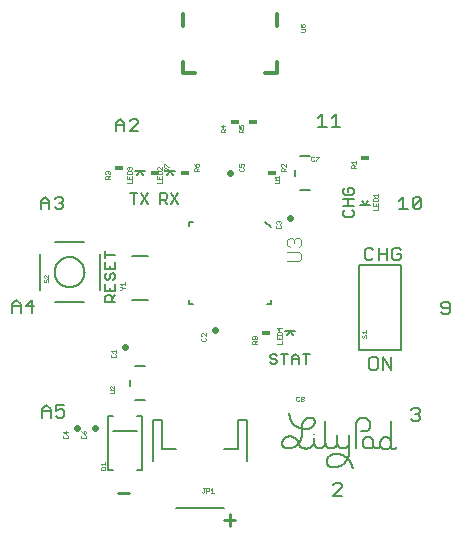
<source format=gbr>
G04 EAGLE Gerber RS-274X export*
G75*
%MOMM*%
%FSLAX34Y34*%
%LPD*%
%INSilkscreen Top*%
%IPPOS*%
%AMOC8*
5,1,8,0,0,1.08239X$1,22.5*%
G01*
%ADD10C,0.152400*%
%ADD11C,0.203200*%
%ADD12C,0.254000*%
%ADD13C,0.101600*%
%ADD14C,0.025400*%
%ADD15C,0.558800*%
%ADD16R,0.762000X0.457200*%
%ADD17C,0.304800*%


D10*
X-58928Y88392D02*
X-58928Y97035D01*
X-54606Y97035D01*
X-53166Y95595D01*
X-53166Y92714D01*
X-54606Y91273D01*
X-58928Y91273D01*
X-56047Y91273D02*
X-53166Y88392D01*
X-43811Y88392D02*
X-49573Y97035D01*
X-43811Y97035D02*
X-49573Y88392D01*
X-81447Y88392D02*
X-81447Y97035D01*
X-84328Y97035D02*
X-78566Y97035D01*
X-74973Y97035D02*
X-69211Y88392D01*
X-74973Y88392D02*
X-69211Y97035D01*
D11*
X119635Y-41647D02*
X123195Y-41647D01*
X119635Y-41647D02*
X117856Y-43426D01*
X117856Y-50545D01*
X119635Y-52324D01*
X123195Y-52324D01*
X124974Y-50545D01*
X124974Y-43426D01*
X123195Y-41647D01*
X129550Y-41647D02*
X129550Y-52324D01*
X136668Y-52324D02*
X129550Y-41647D01*
X136668Y-41647D02*
X136668Y-52324D01*
X121164Y49284D02*
X119385Y51063D01*
X115825Y51063D01*
X114046Y49284D01*
X114046Y42166D01*
X115825Y40386D01*
X119385Y40386D01*
X121164Y42166D01*
X125740Y40386D02*
X125740Y51063D01*
X125740Y45725D02*
X132858Y45725D01*
X132858Y51063D02*
X132858Y40386D01*
X142772Y51063D02*
X144552Y49284D01*
X142772Y51063D02*
X139213Y51063D01*
X137434Y49284D01*
X137434Y42166D01*
X139213Y40386D01*
X142772Y40386D01*
X144552Y42166D01*
X144552Y45725D01*
X140993Y45725D01*
X-159004Y-85846D02*
X-159004Y-92964D01*
X-159004Y-85846D02*
X-155445Y-82287D01*
X-151886Y-85846D01*
X-151886Y-92964D01*
X-151886Y-87625D02*
X-159004Y-87625D01*
X-147310Y-82287D02*
X-140192Y-82287D01*
X-147310Y-82287D02*
X-147310Y-87625D01*
X-143751Y-85846D01*
X-141971Y-85846D01*
X-140192Y-87625D01*
X-140192Y-91184D01*
X-141971Y-92964D01*
X-145531Y-92964D01*
X-147310Y-91184D01*
X-184404Y-4064D02*
X-184404Y3054D01*
X-180845Y6613D01*
X-177286Y3054D01*
X-177286Y-4064D01*
X-177286Y1275D02*
X-184404Y1275D01*
X-167371Y6613D02*
X-167371Y-4064D01*
X-172710Y1275D02*
X-167371Y6613D01*
X-165592Y1275D02*
X-172710Y1275D01*
X-160274Y83566D02*
X-160274Y90684D01*
X-156715Y94243D01*
X-153156Y90684D01*
X-153156Y83566D01*
X-153156Y88905D02*
X-160274Y88905D01*
X-148580Y92464D02*
X-146801Y94243D01*
X-143241Y94243D01*
X-141462Y92464D01*
X-141462Y90684D01*
X-143241Y88905D01*
X-145021Y88905D01*
X-143241Y88905D02*
X-141462Y87125D01*
X-141462Y85346D01*
X-143241Y83566D01*
X-146801Y83566D01*
X-148580Y85346D01*
X-96774Y149606D02*
X-96774Y156724D01*
X-93215Y160283D01*
X-89656Y156724D01*
X-89656Y149606D01*
X-89656Y154945D02*
X-96774Y154945D01*
X-85080Y149606D02*
X-77962Y149606D01*
X-85080Y149606D02*
X-77962Y156724D01*
X-77962Y158504D01*
X-79741Y160283D01*
X-83301Y160283D01*
X-85080Y158504D01*
X74676Y160534D02*
X78235Y164093D01*
X78235Y153416D01*
X74676Y153416D02*
X81794Y153416D01*
X86370Y160534D02*
X89929Y164093D01*
X89929Y153416D01*
X86370Y153416D02*
X93488Y153416D01*
X146815Y94243D02*
X143256Y90684D01*
X146815Y94243D02*
X146815Y83566D01*
X143256Y83566D02*
X150374Y83566D01*
X154950Y85346D02*
X154950Y92464D01*
X156729Y94243D01*
X160289Y94243D01*
X162068Y92464D01*
X162068Y85346D01*
X160289Y83566D01*
X156729Y83566D01*
X154950Y85346D01*
X162068Y92464D01*
X178816Y-3554D02*
X180595Y-5334D01*
X184155Y-5334D01*
X185934Y-3554D01*
X185934Y3564D01*
X184155Y5343D01*
X180595Y5343D01*
X178816Y3564D01*
X178816Y1784D01*
X180595Y5D01*
X185934Y5D01*
X155195Y-84827D02*
X153416Y-86606D01*
X155195Y-84827D02*
X158755Y-84827D01*
X160534Y-86606D01*
X160534Y-88386D01*
X158755Y-90165D01*
X156975Y-90165D01*
X158755Y-90165D02*
X160534Y-91945D01*
X160534Y-93724D01*
X158755Y-95504D01*
X155195Y-95504D01*
X153416Y-93724D01*
X94494Y-159004D02*
X87376Y-159004D01*
X94494Y-151886D01*
X94494Y-150106D01*
X92715Y-148327D01*
X89155Y-148327D01*
X87376Y-150106D01*
D12*
X4411Y-179572D02*
X-5080Y-179572D01*
X-335Y-174827D02*
X-335Y-184317D01*
X-85759Y-156712D02*
X-95250Y-156712D01*
D10*
X96005Y81284D02*
X97445Y82724D01*
X96005Y81284D02*
X96005Y78403D01*
X97445Y76962D01*
X103207Y76962D01*
X104648Y78403D01*
X104648Y81284D01*
X103207Y82724D01*
X104648Y86317D02*
X96005Y86317D01*
X100326Y86317D02*
X100326Y92079D01*
X96005Y92079D02*
X104648Y92079D01*
X96005Y99994D02*
X97445Y101435D01*
X96005Y99994D02*
X96005Y97113D01*
X97445Y95672D01*
X103207Y95672D01*
X104648Y97113D01*
X104648Y99994D01*
X103207Y101435D01*
X100326Y101435D01*
X100326Y98554D01*
X38104Y-38855D02*
X39544Y-40295D01*
X38104Y-38855D02*
X35223Y-38855D01*
X33782Y-40295D01*
X33782Y-41736D01*
X35223Y-43176D01*
X38104Y-43176D01*
X39544Y-44617D01*
X39544Y-46057D01*
X38104Y-47498D01*
X35223Y-47498D01*
X33782Y-46057D01*
X46018Y-47498D02*
X46018Y-38855D01*
X43137Y-38855D02*
X48899Y-38855D01*
X52492Y-41736D02*
X52492Y-47498D01*
X52492Y-41736D02*
X55374Y-38855D01*
X58255Y-41736D01*
X58255Y-47498D01*
X58255Y-43176D02*
X52492Y-43176D01*
X64729Y-47498D02*
X64729Y-38855D01*
X61848Y-38855D02*
X67610Y-38855D01*
X-97282Y4786D02*
X-105925Y4786D01*
X-105925Y9108D01*
X-104485Y10548D01*
X-101604Y10548D01*
X-100163Y9108D01*
X-100163Y4786D01*
X-100163Y7667D02*
X-97282Y10548D01*
X-105925Y14141D02*
X-105925Y19903D01*
X-105925Y14141D02*
X-97282Y14141D01*
X-97282Y19903D01*
X-101604Y17022D02*
X-101604Y14141D01*
X-105925Y27818D02*
X-104485Y29259D01*
X-105925Y27818D02*
X-105925Y24937D01*
X-104485Y23496D01*
X-103044Y23496D01*
X-101604Y24937D01*
X-101604Y27818D01*
X-100163Y29259D01*
X-98723Y29259D01*
X-97282Y27818D01*
X-97282Y24937D01*
X-98723Y23496D01*
X-105925Y32852D02*
X-105925Y38614D01*
X-105925Y32852D02*
X-97282Y32852D01*
X-97282Y38614D01*
X-101604Y35733D02*
X-101604Y32852D01*
X-97282Y45088D02*
X-105925Y45088D01*
X-105925Y42207D02*
X-105925Y47969D01*
D11*
X106810Y-97870D02*
X106810Y-118870D01*
X106810Y-97870D02*
X106825Y-97724D01*
X106844Y-97578D01*
X106867Y-97433D01*
X106894Y-97288D01*
X106925Y-97144D01*
X106959Y-97001D01*
X106998Y-96859D01*
X107040Y-96719D01*
X107085Y-96579D01*
X107135Y-96440D01*
X107188Y-96303D01*
X107245Y-96168D01*
X107305Y-96034D01*
X107369Y-95901D01*
X107437Y-95771D01*
X107508Y-95642D01*
X107582Y-95515D01*
X107660Y-95390D01*
X107741Y-95267D01*
X107825Y-95147D01*
X107912Y-95029D01*
X108003Y-94913D01*
X108096Y-94799D01*
X108193Y-94688D01*
X108292Y-94580D01*
X108395Y-94475D01*
X108500Y-94372D01*
X108608Y-94272D01*
X108718Y-94175D01*
X108831Y-94080D01*
X108946Y-93989D01*
X109064Y-93901D01*
X109184Y-93817D01*
X109307Y-93735D01*
X109431Y-93657D01*
X109558Y-93582D01*
X109686Y-93510D01*
X109816Y-93442D01*
X109948Y-93377D01*
X110082Y-93316D01*
X110218Y-93259D01*
X110354Y-93205D01*
X110493Y-93155D01*
X110632Y-93108D01*
X110773Y-93065D01*
X110914Y-93026D01*
X111057Y-92991D01*
X111201Y-92960D01*
X111345Y-92932D01*
X111490Y-92908D01*
X111636Y-92888D01*
X111782Y-92872D01*
X111929Y-92860D01*
X112076Y-92852D01*
X112223Y-92848D01*
X112370Y-92847D01*
X112517Y-92851D01*
X112663Y-92858D01*
X112810Y-92870D01*
X112956Y-92858D01*
X113103Y-92851D01*
X113250Y-92847D01*
X113397Y-92848D01*
X113544Y-92852D01*
X113691Y-92860D01*
X113838Y-92872D01*
X113984Y-92888D01*
X114129Y-92908D01*
X114275Y-92932D01*
X114419Y-92960D01*
X114563Y-92991D01*
X114705Y-93026D01*
X114847Y-93065D01*
X114988Y-93108D01*
X115127Y-93155D01*
X115265Y-93205D01*
X115402Y-93259D01*
X115537Y-93316D01*
X115671Y-93378D01*
X115803Y-93442D01*
X115934Y-93510D01*
X116062Y-93582D01*
X116188Y-93657D01*
X116313Y-93735D01*
X116435Y-93817D01*
X116555Y-93902D01*
X116673Y-93990D01*
X116789Y-94081D01*
X116902Y-94175D01*
X117012Y-94272D01*
X117120Y-94372D01*
X117225Y-94475D01*
X117327Y-94580D01*
X117427Y-94689D01*
X117523Y-94800D01*
X117617Y-94913D01*
X117707Y-95029D01*
X117795Y-95147D01*
X117879Y-95268D01*
X117960Y-95390D01*
X118037Y-95515D01*
X118112Y-95642D01*
X118183Y-95771D01*
X118250Y-95901D01*
X118314Y-96034D01*
X118375Y-96168D01*
X118431Y-96303D01*
X118485Y-96441D01*
X118534Y-96579D01*
X118580Y-96719D01*
X118622Y-96860D01*
X118661Y-97001D01*
X118695Y-97144D01*
X118726Y-97288D01*
X118753Y-97433D01*
X118776Y-97578D01*
X118795Y-97724D01*
X118810Y-97870D01*
X118810Y-99870D01*
X118801Y-100006D01*
X118788Y-100141D01*
X118771Y-100276D01*
X118751Y-100410D01*
X118726Y-100543D01*
X118698Y-100676D01*
X118666Y-100808D01*
X118630Y-100939D01*
X118591Y-101069D01*
X118547Y-101198D01*
X118500Y-101326D01*
X118450Y-101452D01*
X118396Y-101576D01*
X118338Y-101699D01*
X118277Y-101821D01*
X118212Y-101940D01*
X118144Y-102058D01*
X118073Y-102173D01*
X117999Y-102287D01*
X117921Y-102398D01*
X117840Y-102508D01*
X117756Y-102614D01*
X117669Y-102719D01*
X117579Y-102820D01*
X117486Y-102920D01*
X117390Y-103016D01*
X117292Y-103110D01*
X117191Y-103201D01*
X117088Y-103289D01*
X116982Y-103374D01*
X116873Y-103456D01*
X116763Y-103534D01*
X116650Y-103610D01*
X116535Y-103682D01*
X116418Y-103751D01*
X116299Y-103817D01*
X116178Y-103879D01*
X116055Y-103938D01*
X115931Y-103993D01*
X115806Y-104045D01*
X115679Y-104093D01*
X115550Y-104137D01*
X115421Y-104178D01*
X115290Y-104215D01*
X115158Y-104248D01*
X115026Y-104278D01*
X114892Y-104303D01*
X114758Y-104325D01*
X114624Y-104343D01*
X114488Y-104358D01*
X114353Y-104368D01*
X114217Y-104374D01*
X114081Y-104377D01*
X113946Y-104376D01*
X113810Y-104370D01*
X110810Y-104370D01*
X121310Y-114870D02*
X121325Y-114987D01*
X121336Y-115105D01*
X121343Y-115223D01*
X121346Y-115341D01*
X121345Y-115459D01*
X121340Y-115577D01*
X121331Y-115695D01*
X121318Y-115813D01*
X121301Y-115929D01*
X121281Y-116046D01*
X121256Y-116161D01*
X121228Y-116276D01*
X121196Y-116390D01*
X121160Y-116502D01*
X121120Y-116614D01*
X121077Y-116724D01*
X121030Y-116832D01*
X120979Y-116939D01*
X120925Y-117044D01*
X120867Y-117147D01*
X120806Y-117248D01*
X120742Y-117347D01*
X120674Y-117444D01*
X120603Y-117539D01*
X120529Y-117631D01*
X120452Y-117720D01*
X120372Y-117807D01*
X120289Y-117891D01*
X120203Y-117973D01*
X120115Y-118051D01*
X120024Y-118127D01*
X119931Y-118199D01*
X119835Y-118269D01*
X119737Y-118335D01*
X119637Y-118397D01*
X119535Y-118457D01*
X119431Y-118513D01*
X119325Y-118565D01*
X119217Y-118614D01*
X119108Y-118659D01*
X118997Y-118701D01*
X118885Y-118739D01*
X118772Y-118773D01*
X118658Y-118803D01*
X118543Y-118829D01*
X118427Y-118852D01*
X118310Y-118870D01*
X116310Y-118870D01*
X116177Y-118854D01*
X116044Y-118833D01*
X115912Y-118808D01*
X115781Y-118780D01*
X115651Y-118747D01*
X115522Y-118711D01*
X115394Y-118671D01*
X115267Y-118627D01*
X115141Y-118579D01*
X115017Y-118528D01*
X114895Y-118473D01*
X114774Y-118415D01*
X114655Y-118352D01*
X114538Y-118287D01*
X114423Y-118218D01*
X114310Y-118145D01*
X114199Y-118070D01*
X114091Y-117991D01*
X113985Y-117909D01*
X113881Y-117823D01*
X113780Y-117735D01*
X113682Y-117644D01*
X113586Y-117550D01*
X113493Y-117453D01*
X113403Y-117353D01*
X113317Y-117251D01*
X113233Y-117146D01*
X113152Y-117039D01*
X113075Y-116929D01*
X113000Y-116817D01*
X112929Y-116703D01*
X112862Y-116587D01*
X112798Y-116469D01*
X112738Y-116350D01*
X112681Y-116228D01*
X112628Y-116105D01*
X112578Y-115980D01*
X112532Y-115854D01*
X112490Y-115727D01*
X112452Y-115598D01*
X112417Y-115468D01*
X112387Y-115338D01*
X112360Y-115206D01*
X112337Y-115074D01*
X112318Y-114941D01*
X112303Y-114808D01*
X112292Y-114674D01*
X112285Y-114540D01*
X112282Y-114406D01*
X112283Y-114272D01*
X112288Y-114137D01*
X112297Y-114004D01*
X112310Y-113870D01*
X112297Y-113736D01*
X112288Y-113603D01*
X112283Y-113468D01*
X112282Y-113334D01*
X112285Y-113200D01*
X112292Y-113066D01*
X112303Y-112932D01*
X112318Y-112799D01*
X112337Y-112666D01*
X112360Y-112534D01*
X112387Y-112402D01*
X112417Y-112272D01*
X112452Y-112142D01*
X112490Y-112013D01*
X112532Y-111886D01*
X112578Y-111760D01*
X112628Y-111635D01*
X112681Y-111512D01*
X112738Y-111390D01*
X112798Y-111271D01*
X112862Y-111153D01*
X112929Y-111037D01*
X113000Y-110923D01*
X113075Y-110811D01*
X113152Y-110701D01*
X113233Y-110594D01*
X113317Y-110489D01*
X113403Y-110387D01*
X113493Y-110287D01*
X113586Y-110190D01*
X113682Y-110096D01*
X113780Y-110005D01*
X113881Y-109917D01*
X113985Y-109831D01*
X114091Y-109749D01*
X114199Y-109670D01*
X114310Y-109595D01*
X114423Y-109522D01*
X114538Y-109453D01*
X114655Y-109388D01*
X114774Y-109325D01*
X114895Y-109267D01*
X115017Y-109212D01*
X115141Y-109161D01*
X115267Y-109113D01*
X115394Y-109069D01*
X115522Y-109029D01*
X115651Y-108993D01*
X115781Y-108960D01*
X115912Y-108932D01*
X116044Y-108907D01*
X116177Y-108886D01*
X116310Y-108870D01*
X117310Y-108870D01*
X117436Y-108872D01*
X117561Y-108878D01*
X117686Y-108888D01*
X117811Y-108902D01*
X117936Y-108919D01*
X118060Y-108941D01*
X118183Y-108966D01*
X118305Y-108996D01*
X118426Y-109029D01*
X118546Y-109066D01*
X118665Y-109106D01*
X118782Y-109151D01*
X118899Y-109199D01*
X119013Y-109251D01*
X119126Y-109306D01*
X119237Y-109365D01*
X119346Y-109427D01*
X119453Y-109493D01*
X119558Y-109562D01*
X119661Y-109634D01*
X119762Y-109709D01*
X119860Y-109788D01*
X119955Y-109870D01*
X120048Y-109954D01*
X120138Y-110042D01*
X120226Y-110132D01*
X120310Y-110225D01*
X120392Y-110320D01*
X120471Y-110418D01*
X120546Y-110519D01*
X120618Y-110622D01*
X120687Y-110727D01*
X120753Y-110834D01*
X120815Y-110943D01*
X120874Y-111054D01*
X120929Y-111167D01*
X120981Y-111281D01*
X121029Y-111398D01*
X121074Y-111515D01*
X121114Y-111634D01*
X121151Y-111754D01*
X121184Y-111875D01*
X121214Y-111997D01*
X121239Y-112120D01*
X121261Y-112244D01*
X121278Y-112369D01*
X121292Y-112494D01*
X121302Y-112619D01*
X121308Y-112744D01*
X121310Y-112870D01*
X121310Y-114870D01*
X121287Y-114981D01*
X121267Y-115094D01*
X121251Y-115206D01*
X121239Y-115320D01*
X121230Y-115433D01*
X121226Y-115547D01*
X121225Y-115661D01*
X121229Y-115775D01*
X121236Y-115888D01*
X121247Y-116002D01*
X121262Y-116115D01*
X121281Y-116227D01*
X121303Y-116338D01*
X121330Y-116449D01*
X121360Y-116559D01*
X121394Y-116668D01*
X121431Y-116775D01*
X121473Y-116881D01*
X121518Y-116986D01*
X121566Y-117089D01*
X121618Y-117190D01*
X121673Y-117290D01*
X121732Y-117388D01*
X121794Y-117483D01*
X121859Y-117576D01*
X121928Y-117667D01*
X121999Y-117756D01*
X122073Y-117842D01*
X122151Y-117926D01*
X122231Y-118007D01*
X122314Y-118085D01*
X122399Y-118160D01*
X122487Y-118233D01*
X122578Y-118302D01*
X122670Y-118368D01*
X122765Y-118431D01*
X122862Y-118490D01*
X122961Y-118547D01*
X123062Y-118600D01*
X123165Y-118649D01*
X123269Y-118695D01*
X123375Y-118737D01*
X123482Y-118776D01*
X123590Y-118811D01*
X123700Y-118842D01*
X123810Y-118870D01*
X123913Y-118896D01*
X124018Y-118918D01*
X124123Y-118936D01*
X124228Y-118951D01*
X124334Y-118961D01*
X124441Y-118968D01*
X124547Y-118970D01*
X124654Y-118968D01*
X124760Y-118963D01*
X124866Y-118953D01*
X124972Y-118940D01*
X125077Y-118923D01*
X125182Y-118901D01*
X125285Y-118876D01*
X125388Y-118847D01*
X125489Y-118814D01*
X125589Y-118778D01*
X125688Y-118737D01*
X125785Y-118693D01*
X125880Y-118646D01*
X125974Y-118594D01*
X126066Y-118540D01*
X126155Y-118482D01*
X126242Y-118421D01*
X126327Y-118356D01*
X126409Y-118288D01*
X126489Y-118218D01*
X126566Y-118144D01*
X126641Y-118068D01*
X126712Y-117989D01*
X126780Y-117907D01*
X126846Y-117823D01*
X126908Y-117736D01*
X126966Y-117647D01*
X127022Y-117556D01*
X127074Y-117463D01*
X127122Y-117368D01*
X127167Y-117271D01*
X127208Y-117173D01*
X127246Y-117073D01*
X127280Y-116972D01*
X127310Y-116870D01*
X127310Y-116370D01*
X127310Y-113870D01*
X127304Y-113734D01*
X127303Y-113598D01*
X127306Y-113463D01*
X127312Y-113327D01*
X127322Y-113191D01*
X127337Y-113056D01*
X127355Y-112922D01*
X127376Y-112788D01*
X127402Y-112654D01*
X127432Y-112522D01*
X127465Y-112390D01*
X127502Y-112259D01*
X127543Y-112129D01*
X127587Y-112001D01*
X127635Y-111874D01*
X127687Y-111748D01*
X127742Y-111624D01*
X127801Y-111502D01*
X127863Y-111381D01*
X127929Y-111262D01*
X127998Y-111145D01*
X128070Y-111030D01*
X128145Y-110917D01*
X128224Y-110806D01*
X128306Y-110698D01*
X128391Y-110592D01*
X128479Y-110489D01*
X128570Y-110388D01*
X128664Y-110289D01*
X128760Y-110194D01*
X128859Y-110101D01*
X128961Y-110011D01*
X129065Y-109924D01*
X129172Y-109840D01*
X129281Y-109759D01*
X129393Y-109681D01*
X129506Y-109607D01*
X129622Y-109535D01*
X129740Y-109467D01*
X129859Y-109403D01*
X129981Y-109342D01*
X130104Y-109284D01*
X130228Y-109230D01*
X130354Y-109179D01*
X130482Y-109132D01*
X130611Y-109089D01*
X130741Y-109050D01*
X130872Y-109014D01*
X131004Y-108982D01*
X131136Y-108954D01*
X131270Y-108929D01*
X131404Y-108908D01*
X131539Y-108892D01*
X131674Y-108879D01*
X131810Y-108870D01*
X131950Y-108886D01*
X132090Y-108906D01*
X132228Y-108930D01*
X132367Y-108957D01*
X132504Y-108989D01*
X132640Y-109024D01*
X132776Y-109064D01*
X132910Y-109107D01*
X133043Y-109153D01*
X133175Y-109204D01*
X133305Y-109258D01*
X133433Y-109316D01*
X133560Y-109377D01*
X133685Y-109442D01*
X133809Y-109510D01*
X133930Y-109582D01*
X134049Y-109657D01*
X134166Y-109736D01*
X134281Y-109817D01*
X134394Y-109902D01*
X134504Y-109990D01*
X134611Y-110081D01*
X134716Y-110176D01*
X134818Y-110273D01*
X134918Y-110372D01*
X135015Y-110475D01*
X135108Y-110580D01*
X135199Y-110688D01*
X135287Y-110798D01*
X135371Y-110911D01*
X135453Y-111026D01*
X135531Y-111143D01*
X135606Y-111263D01*
X135677Y-111384D01*
X135745Y-111508D01*
X135810Y-111633D01*
X135871Y-111760D01*
X135928Y-111889D01*
X135982Y-112019D01*
X136032Y-112151D01*
X136078Y-112284D01*
X136121Y-112419D01*
X136160Y-112554D01*
X136195Y-112691D01*
X136226Y-112828D01*
X136253Y-112966D01*
X136276Y-113105D01*
X136296Y-113245D01*
X136312Y-113385D01*
X136323Y-113525D01*
X136331Y-113666D01*
X136335Y-113807D01*
X136334Y-113948D01*
X136330Y-114089D01*
X136322Y-114230D01*
X136310Y-114370D01*
X136339Y-114493D01*
X136364Y-114617D01*
X136385Y-114741D01*
X136402Y-114866D01*
X136416Y-114992D01*
X136425Y-115118D01*
X136431Y-115244D01*
X136433Y-115370D01*
X136431Y-115496D01*
X136425Y-115622D01*
X136416Y-115748D01*
X136402Y-115874D01*
X136385Y-115999D01*
X136364Y-116123D01*
X136339Y-116247D01*
X136310Y-116370D01*
X136277Y-116493D01*
X136241Y-116615D01*
X136200Y-116736D01*
X136156Y-116855D01*
X136109Y-116973D01*
X136057Y-117090D01*
X136002Y-117205D01*
X135944Y-117318D01*
X135882Y-117429D01*
X135817Y-117538D01*
X135748Y-117646D01*
X135676Y-117751D01*
X135601Y-117853D01*
X135523Y-117954D01*
X135442Y-118052D01*
X135357Y-118147D01*
X135270Y-118240D01*
X135180Y-118330D01*
X135087Y-118417D01*
X134992Y-118502D01*
X134894Y-118583D01*
X134793Y-118661D01*
X134691Y-118736D01*
X134586Y-118808D01*
X134478Y-118877D01*
X134369Y-118942D01*
X134258Y-119004D01*
X134145Y-119062D01*
X134030Y-119117D01*
X133913Y-119169D01*
X133795Y-119216D01*
X133676Y-119260D01*
X133555Y-119301D01*
X133433Y-119337D01*
X133310Y-119370D01*
X133181Y-119411D01*
X133051Y-119448D01*
X132919Y-119481D01*
X132787Y-119511D01*
X132654Y-119537D01*
X132521Y-119559D01*
X132386Y-119578D01*
X132252Y-119592D01*
X132117Y-119603D01*
X131981Y-119610D01*
X131846Y-119613D01*
X131711Y-119612D01*
X131575Y-119607D01*
X131440Y-119599D01*
X131305Y-119586D01*
X131171Y-119570D01*
X131037Y-119550D01*
X130903Y-119526D01*
X130771Y-119498D01*
X130639Y-119466D01*
X130508Y-119431D01*
X130379Y-119392D01*
X130250Y-119349D01*
X130123Y-119303D01*
X129997Y-119253D01*
X129872Y-119199D01*
X129750Y-119142D01*
X129629Y-119082D01*
X129509Y-119018D01*
X129392Y-118950D01*
X129276Y-118879D01*
X129163Y-118805D01*
X129051Y-118728D01*
X128942Y-118648D01*
X128836Y-118564D01*
X128731Y-118478D01*
X128630Y-118389D01*
X128530Y-118296D01*
X128434Y-118201D01*
X128340Y-118104D01*
X128249Y-118003D01*
X128161Y-117900D01*
X128076Y-117795D01*
X127994Y-117687D01*
X127915Y-117577D01*
X127840Y-117464D01*
X127767Y-117350D01*
X127698Y-117234D01*
X127632Y-117115D01*
X127570Y-116995D01*
X127511Y-116873D01*
X127455Y-116749D01*
X127403Y-116624D01*
X127355Y-116498D01*
X127310Y-116370D01*
X136310Y-116370D02*
X136310Y-117370D01*
X136312Y-117457D01*
X136318Y-117544D01*
X136327Y-117631D01*
X136340Y-117717D01*
X136357Y-117803D01*
X136378Y-117888D01*
X136403Y-117971D01*
X136431Y-118054D01*
X136462Y-118135D01*
X136497Y-118215D01*
X136536Y-118293D01*
X136578Y-118370D01*
X136623Y-118445D01*
X136672Y-118517D01*
X136723Y-118588D01*
X136778Y-118656D01*
X136835Y-118721D01*
X136896Y-118784D01*
X136959Y-118845D01*
X137024Y-118902D01*
X137092Y-118957D01*
X137163Y-119008D01*
X137235Y-119057D01*
X137310Y-119102D01*
X137387Y-119144D01*
X137465Y-119183D01*
X137545Y-119218D01*
X137626Y-119249D01*
X137709Y-119277D01*
X137792Y-119302D01*
X137877Y-119323D01*
X137963Y-119340D01*
X138049Y-119353D01*
X138136Y-119362D01*
X138223Y-119368D01*
X138310Y-119370D01*
X138397Y-119368D01*
X138484Y-119362D01*
X138571Y-119353D01*
X138657Y-119340D01*
X138743Y-119323D01*
X138828Y-119302D01*
X138911Y-119277D01*
X138994Y-119249D01*
X139075Y-119218D01*
X139155Y-119183D01*
X139233Y-119144D01*
X139310Y-119102D01*
X139385Y-119057D01*
X139457Y-119008D01*
X139528Y-118957D01*
X139596Y-118902D01*
X139661Y-118845D01*
X139724Y-118784D01*
X139785Y-118721D01*
X139842Y-118656D01*
X139897Y-118588D01*
X139948Y-118517D01*
X139997Y-118445D01*
X140042Y-118370D01*
X140084Y-118293D01*
X140123Y-118215D01*
X140158Y-118135D01*
X140189Y-118054D01*
X140217Y-117971D01*
X140242Y-117888D01*
X140263Y-117803D01*
X140280Y-117717D01*
X140293Y-117631D01*
X140302Y-117544D01*
X140308Y-117457D01*
X140310Y-117370D01*
X136310Y-115370D02*
X136310Y-95370D01*
X71310Y-106370D02*
X71310Y-106870D01*
X63310Y-102370D02*
X62996Y-102366D01*
X62682Y-102355D01*
X62368Y-102336D01*
X62055Y-102309D01*
X61743Y-102275D01*
X61432Y-102234D01*
X61121Y-102184D01*
X60812Y-102128D01*
X60505Y-102064D01*
X60199Y-101992D01*
X59895Y-101913D01*
X59593Y-101827D01*
X59293Y-101734D01*
X58995Y-101633D01*
X58700Y-101525D01*
X58408Y-101410D01*
X58118Y-101288D01*
X57832Y-101159D01*
X57549Y-101024D01*
X57269Y-100881D01*
X56992Y-100732D01*
X56720Y-100576D01*
X56451Y-100413D01*
X56186Y-100244D01*
X55925Y-100069D01*
X55669Y-99887D01*
X55417Y-99700D01*
X55170Y-99506D01*
X54927Y-99306D01*
X54689Y-99101D01*
X54457Y-98889D01*
X54229Y-98673D01*
X54007Y-98451D01*
X53791Y-98223D01*
X53579Y-97991D01*
X53374Y-97753D01*
X53174Y-97510D01*
X52980Y-97263D01*
X52793Y-97011D01*
X52611Y-96755D01*
X52436Y-96494D01*
X52267Y-96229D01*
X52104Y-95960D01*
X51948Y-95688D01*
X51799Y-95411D01*
X51656Y-95131D01*
X51521Y-94848D01*
X51392Y-94562D01*
X51270Y-94272D01*
X51155Y-93980D01*
X51047Y-93685D01*
X50946Y-93387D01*
X50853Y-93087D01*
X50767Y-92785D01*
X50688Y-92481D01*
X50616Y-92175D01*
X50552Y-91868D01*
X50496Y-91559D01*
X50446Y-91248D01*
X50405Y-90937D01*
X50371Y-90625D01*
X50344Y-90312D01*
X50325Y-89998D01*
X50314Y-89684D01*
X50310Y-89370D01*
X63310Y-102370D02*
X64810Y-102370D01*
X64973Y-102374D01*
X65136Y-102375D01*
X65300Y-102371D01*
X65463Y-102363D01*
X65625Y-102351D01*
X65788Y-102336D01*
X65950Y-102316D01*
X66112Y-102293D01*
X66272Y-102265D01*
X66433Y-102234D01*
X66592Y-102199D01*
X66751Y-102160D01*
X66908Y-102117D01*
X67065Y-102071D01*
X67220Y-102020D01*
X67374Y-101966D01*
X67527Y-101909D01*
X67678Y-101847D01*
X67828Y-101782D01*
X67976Y-101713D01*
X68122Y-101641D01*
X68267Y-101565D01*
X68409Y-101486D01*
X68550Y-101403D01*
X68689Y-101317D01*
X68826Y-101228D01*
X68960Y-101135D01*
X69092Y-101040D01*
X69222Y-100941D01*
X69349Y-100839D01*
X69474Y-100733D01*
X69596Y-100625D01*
X69716Y-100514D01*
X69833Y-100400D01*
X69947Y-100283D01*
X70058Y-100164D01*
X70167Y-100042D01*
X70272Y-99917D01*
X70374Y-99790D01*
X70473Y-99660D01*
X70569Y-99528D01*
X70662Y-99394D01*
X70752Y-99258D01*
X70838Y-99119D01*
X70921Y-98978D01*
X71000Y-98836D01*
X71076Y-98691D01*
X71149Y-98545D01*
X71218Y-98397D01*
X71283Y-98247D01*
X71345Y-98096D01*
X71403Y-97944D01*
X71457Y-97790D01*
X71508Y-97635D01*
X71554Y-97478D01*
X71597Y-97321D01*
X71637Y-97162D01*
X71672Y-97003D01*
X71703Y-96843D01*
X71731Y-96682D01*
X71755Y-96520D01*
X71775Y-96358D01*
X71790Y-96196D01*
X71802Y-96033D01*
X71810Y-95870D01*
X71808Y-95763D01*
X71802Y-95656D01*
X71793Y-95549D01*
X71779Y-95443D01*
X71762Y-95337D01*
X71741Y-95232D01*
X71717Y-95128D01*
X71688Y-95025D01*
X71656Y-94923D01*
X71621Y-94822D01*
X71582Y-94722D01*
X71539Y-94624D01*
X71493Y-94527D01*
X71443Y-94432D01*
X71390Y-94339D01*
X71334Y-94248D01*
X71274Y-94159D01*
X71212Y-94072D01*
X71146Y-93988D01*
X71077Y-93905D01*
X71006Y-93826D01*
X70931Y-93749D01*
X70854Y-93674D01*
X70775Y-93603D01*
X70692Y-93534D01*
X70608Y-93468D01*
X70521Y-93406D01*
X70432Y-93346D01*
X70341Y-93290D01*
X70248Y-93237D01*
X70153Y-93187D01*
X70056Y-93141D01*
X69958Y-93098D01*
X69858Y-93059D01*
X69757Y-93024D01*
X69655Y-92992D01*
X69552Y-92963D01*
X69448Y-92939D01*
X69343Y-92918D01*
X69237Y-92901D01*
X69131Y-92887D01*
X69024Y-92878D01*
X68917Y-92872D01*
X68810Y-92870D01*
X58310Y-114870D02*
X58265Y-114683D01*
X58216Y-114498D01*
X58163Y-114313D01*
X58105Y-114130D01*
X58042Y-113949D01*
X57976Y-113769D01*
X57905Y-113590D01*
X57829Y-113414D01*
X57750Y-113239D01*
X57666Y-113066D01*
X57578Y-112896D01*
X57486Y-112727D01*
X57390Y-112561D01*
X57290Y-112397D01*
X57186Y-112236D01*
X57078Y-112077D01*
X56966Y-111921D01*
X56851Y-111767D01*
X56732Y-111617D01*
X56609Y-111469D01*
X56483Y-111324D01*
X56353Y-111183D01*
X56220Y-111044D01*
X56084Y-110909D01*
X55944Y-110777D01*
X55801Y-110649D01*
X55655Y-110524D01*
X55507Y-110403D01*
X55355Y-110285D01*
X55200Y-110171D01*
X55043Y-110061D01*
X54883Y-109954D01*
X54721Y-109852D01*
X54556Y-109753D01*
X54389Y-109659D01*
X54220Y-109568D01*
X54048Y-109482D01*
X53875Y-109400D01*
X53700Y-109322D01*
X53522Y-109248D01*
X53343Y-109178D01*
X53163Y-109113D01*
X52980Y-109053D01*
X52797Y-108996D01*
X52612Y-108945D01*
X52426Y-108897D01*
X52239Y-108854D01*
X52051Y-108816D01*
X51862Y-108782D01*
X51672Y-108753D01*
X51481Y-108729D01*
X51291Y-108709D01*
X51099Y-108693D01*
X50907Y-108683D01*
X50716Y-108677D01*
X50524Y-108675D01*
X50332Y-108678D01*
X50140Y-108686D01*
X49948Y-108699D01*
X49757Y-108716D01*
X49566Y-108737D01*
X49376Y-108764D01*
X49186Y-108795D01*
X48998Y-108830D01*
X48810Y-108870D01*
X67810Y-92870D02*
X68810Y-92870D01*
X67810Y-92870D02*
X67641Y-92872D01*
X67472Y-92878D01*
X67303Y-92888D01*
X67134Y-92903D01*
X66966Y-92921D01*
X66799Y-92943D01*
X66632Y-92970D01*
X66465Y-93000D01*
X66300Y-93035D01*
X66135Y-93073D01*
X65971Y-93116D01*
X65808Y-93162D01*
X65647Y-93213D01*
X65487Y-93267D01*
X65328Y-93325D01*
X65170Y-93387D01*
X65014Y-93452D01*
X64860Y-93522D01*
X64708Y-93595D01*
X64557Y-93672D01*
X64408Y-93752D01*
X64261Y-93836D01*
X64117Y-93924D01*
X63974Y-94015D01*
X63834Y-94109D01*
X63696Y-94207D01*
X63560Y-94308D01*
X63427Y-94412D01*
X63296Y-94520D01*
X63168Y-94630D01*
X63043Y-94744D01*
X62920Y-94861D01*
X62801Y-94980D01*
X62684Y-95103D01*
X62570Y-95228D01*
X62460Y-95356D01*
X62352Y-95487D01*
X62248Y-95620D01*
X62147Y-95756D01*
X62049Y-95894D01*
X61955Y-96034D01*
X61864Y-96177D01*
X61776Y-96321D01*
X61692Y-96468D01*
X61612Y-96617D01*
X61535Y-96768D01*
X61462Y-96920D01*
X61392Y-97074D01*
X61327Y-97230D01*
X61265Y-97388D01*
X61207Y-97547D01*
X61153Y-97707D01*
X61102Y-97868D01*
X61056Y-98031D01*
X61013Y-98195D01*
X60975Y-98360D01*
X60940Y-98525D01*
X60910Y-98692D01*
X60883Y-98859D01*
X60861Y-99026D01*
X60843Y-99194D01*
X60828Y-99363D01*
X60818Y-99532D01*
X60812Y-99701D01*
X60810Y-99870D01*
X48810Y-108870D02*
X48668Y-108893D01*
X48527Y-108919D01*
X48386Y-108948D01*
X48247Y-108982D01*
X48108Y-109020D01*
X47971Y-109061D01*
X47834Y-109106D01*
X47699Y-109154D01*
X47565Y-109206D01*
X47433Y-109262D01*
X47302Y-109322D01*
X47173Y-109385D01*
X47046Y-109451D01*
X46920Y-109521D01*
X46797Y-109594D01*
X46675Y-109670D01*
X46556Y-109750D01*
X46438Y-109833D01*
X46323Y-109919D01*
X46211Y-110008D01*
X46101Y-110101D01*
X45993Y-110196D01*
X45888Y-110294D01*
X45786Y-110395D01*
X45686Y-110498D01*
X45590Y-110604D01*
X45496Y-110713D01*
X45405Y-110824D01*
X45318Y-110938D01*
X45233Y-111054D01*
X45152Y-111173D01*
X45073Y-111293D01*
X44998Y-111416D01*
X44927Y-111540D01*
X44859Y-111666D01*
X44794Y-111795D01*
X44733Y-111925D01*
X44675Y-112056D01*
X44621Y-112189D01*
X44571Y-112324D01*
X44524Y-112459D01*
X44481Y-112596D01*
X44441Y-112734D01*
X44406Y-112874D01*
X44374Y-113014D01*
X44346Y-113154D01*
X44321Y-113296D01*
X44301Y-113438D01*
X44284Y-113581D01*
X44272Y-113724D01*
X44263Y-113867D01*
X44258Y-114011D01*
X44257Y-114154D01*
X44260Y-114298D01*
X44267Y-114441D01*
X44277Y-114585D01*
X44292Y-114728D01*
X44310Y-114870D01*
X60810Y-106870D02*
X60810Y-99870D01*
X60810Y-106870D02*
X60806Y-107160D01*
X60796Y-107450D01*
X60778Y-107739D01*
X60754Y-108028D01*
X60723Y-108316D01*
X60684Y-108604D01*
X60639Y-108890D01*
X60586Y-109176D01*
X60527Y-109459D01*
X60461Y-109742D01*
X60389Y-110022D01*
X60309Y-110301D01*
X60223Y-110578D01*
X60130Y-110853D01*
X60030Y-111125D01*
X59924Y-111395D01*
X59812Y-111662D01*
X59692Y-111927D01*
X59567Y-112188D01*
X59435Y-112447D01*
X59298Y-112702D01*
X59154Y-112954D01*
X59004Y-113202D01*
X58848Y-113446D01*
X58686Y-113687D01*
X58518Y-113923D01*
X58345Y-114156D01*
X58166Y-114384D01*
X57982Y-114608D01*
X57792Y-114827D01*
X57597Y-115042D01*
X57397Y-115252D01*
X57192Y-115457D01*
X56982Y-115657D01*
X56767Y-115852D01*
X56548Y-116042D01*
X56324Y-116226D01*
X56096Y-116405D01*
X55863Y-116578D01*
X55627Y-116746D01*
X55386Y-116908D01*
X55142Y-117064D01*
X54894Y-117214D01*
X54642Y-117358D01*
X54387Y-117495D01*
X54128Y-117627D01*
X53867Y-117752D01*
X53602Y-117872D01*
X53335Y-117984D01*
X53065Y-118090D01*
X52793Y-118190D01*
X52518Y-118283D01*
X52241Y-118369D01*
X51962Y-118449D01*
X51682Y-118521D01*
X51399Y-118587D01*
X51116Y-118646D01*
X50830Y-118699D01*
X50544Y-118744D01*
X50256Y-118783D01*
X49968Y-118814D01*
X49679Y-118838D01*
X49390Y-118856D01*
X49100Y-118866D01*
X48810Y-118870D01*
X48682Y-118875D01*
X48553Y-118877D01*
X48424Y-118875D01*
X48296Y-118869D01*
X48168Y-118859D01*
X48040Y-118845D01*
X47912Y-118827D01*
X47786Y-118806D01*
X47660Y-118781D01*
X47534Y-118752D01*
X47410Y-118719D01*
X47287Y-118682D01*
X47165Y-118642D01*
X47044Y-118598D01*
X46924Y-118550D01*
X46806Y-118499D01*
X46690Y-118444D01*
X46575Y-118386D01*
X46463Y-118324D01*
X46352Y-118259D01*
X46243Y-118191D01*
X46136Y-118119D01*
X46031Y-118045D01*
X45929Y-117967D01*
X45829Y-117886D01*
X45732Y-117802D01*
X45637Y-117715D01*
X45545Y-117625D01*
X45455Y-117533D01*
X45369Y-117438D01*
X45285Y-117340D01*
X45205Y-117240D01*
X45127Y-117137D01*
X45053Y-117032D01*
X44981Y-116925D01*
X44913Y-116816D01*
X44849Y-116705D01*
X44787Y-116592D01*
X44729Y-116477D01*
X44675Y-116361D01*
X44624Y-116243D01*
X44577Y-116123D01*
X44534Y-116002D01*
X44494Y-115880D01*
X44457Y-115756D01*
X44425Y-115632D01*
X44396Y-115507D01*
X44371Y-115380D01*
X44350Y-115254D01*
X44333Y-115126D01*
X44320Y-114998D01*
X44310Y-114870D01*
X60810Y-118370D02*
X60986Y-118446D01*
X61164Y-118518D01*
X61344Y-118586D01*
X61525Y-118650D01*
X61708Y-118709D01*
X61892Y-118763D01*
X62077Y-118814D01*
X62263Y-118859D01*
X62451Y-118900D01*
X62639Y-118937D01*
X62829Y-118969D01*
X63019Y-118996D01*
X63209Y-119019D01*
X63401Y-119038D01*
X63592Y-119051D01*
X63784Y-119060D01*
X63976Y-119065D01*
X64168Y-119064D01*
X64360Y-119059D01*
X64552Y-119050D01*
X64743Y-119036D01*
X64934Y-119017D01*
X65125Y-118993D01*
X65315Y-118965D01*
X65504Y-118933D01*
X65692Y-118896D01*
X65880Y-118854D01*
X66066Y-118808D01*
X66251Y-118757D01*
X66435Y-118702D01*
X66617Y-118642D01*
X66798Y-118578D01*
X66978Y-118510D01*
X67156Y-118437D01*
X67332Y-118360D01*
X67505Y-118279D01*
X67677Y-118194D01*
X67847Y-118104D01*
X68015Y-118011D01*
X68180Y-117913D01*
X68343Y-117812D01*
X68504Y-117706D01*
X68662Y-117597D01*
X68817Y-117484D01*
X68969Y-117367D01*
X69119Y-117246D01*
X69265Y-117122D01*
X69409Y-116995D01*
X69549Y-116864D01*
X69686Y-116730D01*
X69820Y-116592D01*
X69951Y-116451D01*
X70078Y-116307D01*
X70201Y-116160D01*
X70321Y-116011D01*
X70438Y-115858D01*
X70550Y-115702D01*
X70659Y-115544D01*
X70764Y-115383D01*
X70865Y-115220D01*
X70962Y-115054D01*
X71055Y-114887D01*
X71144Y-114716D01*
X71229Y-114544D01*
X71310Y-114370D01*
X71310Y-112870D02*
X71310Y-109870D01*
X71310Y-112870D02*
X71310Y-114370D01*
X80810Y-111870D02*
X80810Y-95370D01*
X71310Y-112870D02*
X71292Y-113012D01*
X71277Y-113155D01*
X71267Y-113299D01*
X71260Y-113442D01*
X71257Y-113586D01*
X71258Y-113729D01*
X71263Y-113873D01*
X71272Y-114016D01*
X71284Y-114159D01*
X71301Y-114302D01*
X71321Y-114444D01*
X71346Y-114586D01*
X71374Y-114726D01*
X71406Y-114866D01*
X71441Y-115006D01*
X71481Y-115144D01*
X71524Y-115281D01*
X71571Y-115416D01*
X71621Y-115551D01*
X71675Y-115684D01*
X71733Y-115815D01*
X71794Y-115945D01*
X71859Y-116074D01*
X71927Y-116200D01*
X71998Y-116324D01*
X72073Y-116447D01*
X72152Y-116567D01*
X72233Y-116686D01*
X72318Y-116802D01*
X72405Y-116916D01*
X72496Y-117027D01*
X72590Y-117136D01*
X72686Y-117242D01*
X72786Y-117345D01*
X72888Y-117446D01*
X72993Y-117544D01*
X73101Y-117639D01*
X73211Y-117732D01*
X73323Y-117821D01*
X73438Y-117907D01*
X73556Y-117990D01*
X73675Y-118070D01*
X73797Y-118146D01*
X73920Y-118219D01*
X74046Y-118289D01*
X74173Y-118355D01*
X74302Y-118418D01*
X74433Y-118478D01*
X74565Y-118534D01*
X74699Y-118586D01*
X74834Y-118634D01*
X74971Y-118679D01*
X75108Y-118720D01*
X75247Y-118758D01*
X75386Y-118792D01*
X75527Y-118821D01*
X75668Y-118847D01*
X75810Y-118870D01*
X75958Y-118850D01*
X76106Y-118825D01*
X76253Y-118797D01*
X76400Y-118765D01*
X76545Y-118729D01*
X76690Y-118689D01*
X76833Y-118645D01*
X76975Y-118598D01*
X77116Y-118547D01*
X77256Y-118492D01*
X77394Y-118434D01*
X77530Y-118372D01*
X77665Y-118307D01*
X77798Y-118238D01*
X77930Y-118165D01*
X78059Y-118089D01*
X78186Y-118010D01*
X78311Y-117927D01*
X78434Y-117842D01*
X78554Y-117753D01*
X78673Y-117660D01*
X78788Y-117565D01*
X78902Y-117467D01*
X79012Y-117366D01*
X79120Y-117262D01*
X79225Y-117155D01*
X79327Y-117045D01*
X79427Y-116933D01*
X79523Y-116818D01*
X79616Y-116701D01*
X79707Y-116581D01*
X79794Y-116459D01*
X79877Y-116335D01*
X79958Y-116209D01*
X80035Y-116080D01*
X80109Y-115950D01*
X80179Y-115817D01*
X80246Y-115683D01*
X80309Y-115547D01*
X80369Y-115410D01*
X80425Y-115271D01*
X80477Y-115130D01*
X80526Y-114989D01*
X80571Y-114846D01*
X80612Y-114702D01*
X80650Y-114557D01*
X80683Y-114410D01*
X80713Y-114264D01*
X80739Y-114116D01*
X80761Y-113968D01*
X80779Y-113819D01*
X80793Y-113670D01*
X80803Y-113520D01*
X80810Y-113370D01*
X80824Y-113156D01*
X80834Y-112942D01*
X80838Y-112727D01*
X80838Y-112513D01*
X80834Y-112298D01*
X80824Y-112084D01*
X80810Y-111870D01*
X80810Y-113370D02*
X80810Y-113870D01*
X80812Y-114010D01*
X80818Y-114150D01*
X80828Y-114290D01*
X80841Y-114430D01*
X80859Y-114569D01*
X80881Y-114708D01*
X80906Y-114845D01*
X80935Y-114983D01*
X80968Y-115119D01*
X81005Y-115254D01*
X81046Y-115388D01*
X81091Y-115521D01*
X81139Y-115653D01*
X81191Y-115783D01*
X81246Y-115912D01*
X81305Y-116039D01*
X81368Y-116165D01*
X81434Y-116289D01*
X81503Y-116410D01*
X81576Y-116530D01*
X81653Y-116648D01*
X81732Y-116763D01*
X81815Y-116877D01*
X81901Y-116987D01*
X81990Y-117096D01*
X82082Y-117202D01*
X82177Y-117305D01*
X82274Y-117406D01*
X82375Y-117503D01*
X82478Y-117598D01*
X82584Y-117690D01*
X82693Y-117779D01*
X82803Y-117865D01*
X82917Y-117948D01*
X83032Y-118027D01*
X83150Y-118104D01*
X83270Y-118177D01*
X83391Y-118246D01*
X83515Y-118312D01*
X83641Y-118375D01*
X83768Y-118434D01*
X83897Y-118489D01*
X84027Y-118541D01*
X84159Y-118589D01*
X84292Y-118634D01*
X84426Y-118675D01*
X84561Y-118712D01*
X84697Y-118745D01*
X84835Y-118774D01*
X84972Y-118799D01*
X85111Y-118821D01*
X85250Y-118839D01*
X85390Y-118852D01*
X85530Y-118862D01*
X85670Y-118868D01*
X85810Y-118870D01*
X85950Y-118868D01*
X86090Y-118862D01*
X86230Y-118852D01*
X86370Y-118839D01*
X86509Y-118821D01*
X86648Y-118799D01*
X86785Y-118774D01*
X86923Y-118745D01*
X87059Y-118712D01*
X87194Y-118675D01*
X87328Y-118634D01*
X87461Y-118589D01*
X87593Y-118541D01*
X87723Y-118489D01*
X87852Y-118434D01*
X87979Y-118375D01*
X88105Y-118312D01*
X88229Y-118246D01*
X88350Y-118177D01*
X88470Y-118104D01*
X88588Y-118027D01*
X88703Y-117948D01*
X88817Y-117865D01*
X88927Y-117779D01*
X89036Y-117690D01*
X89142Y-117598D01*
X89245Y-117503D01*
X89346Y-117406D01*
X89443Y-117305D01*
X89538Y-117202D01*
X89630Y-117096D01*
X89719Y-116987D01*
X89805Y-116877D01*
X89888Y-116763D01*
X89967Y-116648D01*
X90044Y-116530D01*
X90117Y-116410D01*
X90186Y-116289D01*
X90252Y-116165D01*
X90315Y-116039D01*
X90374Y-115912D01*
X90429Y-115783D01*
X90481Y-115653D01*
X90529Y-115521D01*
X90574Y-115388D01*
X90615Y-115254D01*
X90652Y-115119D01*
X90685Y-114983D01*
X90714Y-114845D01*
X90739Y-114708D01*
X90761Y-114569D01*
X90779Y-114430D01*
X90792Y-114290D01*
X90802Y-114150D01*
X90808Y-114010D01*
X90810Y-113870D01*
X90810Y-107870D01*
X90810Y-113870D02*
X90812Y-114010D01*
X90818Y-114150D01*
X90828Y-114290D01*
X90841Y-114430D01*
X90859Y-114569D01*
X90881Y-114708D01*
X90906Y-114845D01*
X90935Y-114983D01*
X90968Y-115119D01*
X91005Y-115254D01*
X91046Y-115388D01*
X91091Y-115521D01*
X91139Y-115653D01*
X91191Y-115783D01*
X91246Y-115912D01*
X91305Y-116039D01*
X91368Y-116165D01*
X91434Y-116289D01*
X91503Y-116410D01*
X91576Y-116530D01*
X91653Y-116648D01*
X91732Y-116763D01*
X91815Y-116877D01*
X91901Y-116987D01*
X91990Y-117096D01*
X92082Y-117202D01*
X92177Y-117305D01*
X92274Y-117406D01*
X92375Y-117503D01*
X92478Y-117598D01*
X92584Y-117690D01*
X92693Y-117779D01*
X92803Y-117865D01*
X92917Y-117948D01*
X93032Y-118027D01*
X93150Y-118104D01*
X93270Y-118177D01*
X93391Y-118246D01*
X93515Y-118312D01*
X93641Y-118375D01*
X93768Y-118434D01*
X93897Y-118489D01*
X94027Y-118541D01*
X94159Y-118589D01*
X94292Y-118634D01*
X94426Y-118675D01*
X94561Y-118712D01*
X94697Y-118745D01*
X94835Y-118774D01*
X94972Y-118799D01*
X95111Y-118821D01*
X95250Y-118839D01*
X95390Y-118852D01*
X95530Y-118862D01*
X95670Y-118868D01*
X95810Y-118870D01*
X89810Y-123870D02*
X90129Y-123850D01*
X90449Y-123837D01*
X90769Y-123832D01*
X91089Y-123835D01*
X91409Y-123846D01*
X91728Y-123864D01*
X92047Y-123891D01*
X92365Y-123925D01*
X92683Y-123967D01*
X92999Y-124017D01*
X93313Y-124075D01*
X93627Y-124140D01*
X93938Y-124213D01*
X94248Y-124293D01*
X94556Y-124382D01*
X94861Y-124477D01*
X95164Y-124580D01*
X95464Y-124691D01*
X95762Y-124809D01*
X96056Y-124934D01*
X96347Y-125066D01*
X96635Y-125206D01*
X96920Y-125352D01*
X97201Y-125506D01*
X97478Y-125666D01*
X97751Y-125833D01*
X98019Y-126007D01*
X98284Y-126187D01*
X98544Y-126373D01*
X98799Y-126566D01*
X99050Y-126766D01*
X99295Y-126971D01*
X99535Y-127182D01*
X99771Y-127399D01*
X100000Y-127622D01*
X100224Y-127850D01*
X100443Y-128084D01*
X100656Y-128323D01*
X100862Y-128567D01*
X101063Y-128816D01*
X101258Y-129070D01*
X101446Y-129329D01*
X101628Y-129592D01*
X101803Y-129860D01*
X101972Y-130132D01*
X102134Y-130408D01*
X102289Y-130688D01*
X102437Y-130971D01*
X102579Y-131259D01*
X102713Y-131549D01*
X102840Y-131843D01*
X102960Y-132140D01*
X103072Y-132439D01*
X103177Y-132741D01*
X103275Y-133046D01*
X103365Y-133353D01*
X103447Y-133662D01*
X103522Y-133973D01*
X103589Y-134286D01*
X103649Y-134601D01*
X103701Y-134916D01*
X103745Y-135233D01*
X103781Y-135551D01*
X103810Y-135870D01*
X95810Y-118870D02*
X95950Y-118868D01*
X96090Y-118862D01*
X96230Y-118852D01*
X96370Y-118839D01*
X96509Y-118821D01*
X96648Y-118799D01*
X96785Y-118774D01*
X96923Y-118745D01*
X97059Y-118712D01*
X97194Y-118675D01*
X97328Y-118634D01*
X97461Y-118589D01*
X97593Y-118541D01*
X97723Y-118489D01*
X97852Y-118434D01*
X97979Y-118375D01*
X98105Y-118312D01*
X98229Y-118246D01*
X98350Y-118177D01*
X98470Y-118104D01*
X98588Y-118027D01*
X98703Y-117948D01*
X98817Y-117865D01*
X98927Y-117779D01*
X99036Y-117690D01*
X99142Y-117598D01*
X99245Y-117503D01*
X99346Y-117406D01*
X99443Y-117305D01*
X99538Y-117202D01*
X99630Y-117096D01*
X99719Y-116987D01*
X99805Y-116877D01*
X99888Y-116763D01*
X99967Y-116648D01*
X100044Y-116530D01*
X100117Y-116410D01*
X100186Y-116289D01*
X100252Y-116165D01*
X100315Y-116039D01*
X100374Y-115912D01*
X100429Y-115783D01*
X100481Y-115653D01*
X100529Y-115521D01*
X100574Y-115388D01*
X100615Y-115254D01*
X100652Y-115119D01*
X100685Y-114983D01*
X100714Y-114845D01*
X100739Y-114708D01*
X100761Y-114569D01*
X100779Y-114430D01*
X100792Y-114290D01*
X100802Y-114150D01*
X100808Y-114010D01*
X100810Y-113870D01*
X100810Y-107870D01*
X100810Y-113870D02*
X100810Y-121870D01*
X89810Y-123870D02*
X87810Y-123870D01*
X87658Y-123872D01*
X87506Y-123878D01*
X87354Y-123887D01*
X87203Y-123901D01*
X87052Y-123918D01*
X86901Y-123939D01*
X86751Y-123964D01*
X86602Y-123993D01*
X86454Y-124025D01*
X86306Y-124062D01*
X86159Y-124101D01*
X86014Y-124145D01*
X85869Y-124193D01*
X85726Y-124243D01*
X85584Y-124298D01*
X85444Y-124356D01*
X85305Y-124418D01*
X85168Y-124483D01*
X85032Y-124552D01*
X84898Y-124624D01*
X84766Y-124699D01*
X84636Y-124778D01*
X84508Y-124860D01*
X84382Y-124945D01*
X84259Y-125034D01*
X84137Y-125125D01*
X84018Y-125220D01*
X83902Y-125317D01*
X83788Y-125418D01*
X83676Y-125521D01*
X83567Y-125627D01*
X83461Y-125736D01*
X83358Y-125848D01*
X83257Y-125962D01*
X83160Y-126078D01*
X83065Y-126197D01*
X82974Y-126319D01*
X82885Y-126442D01*
X82800Y-126568D01*
X82718Y-126696D01*
X82639Y-126826D01*
X82564Y-126958D01*
X82492Y-127092D01*
X82423Y-127228D01*
X82358Y-127365D01*
X82296Y-127504D01*
X82238Y-127644D01*
X82183Y-127786D01*
X82133Y-127929D01*
X82085Y-128074D01*
X82041Y-128219D01*
X82002Y-128366D01*
X81965Y-128514D01*
X81933Y-128662D01*
X81904Y-128811D01*
X81879Y-128961D01*
X81858Y-129112D01*
X81841Y-129263D01*
X81827Y-129414D01*
X81818Y-129566D01*
X81812Y-129718D01*
X81810Y-129870D01*
X87810Y-134870D02*
X88124Y-134866D01*
X88438Y-134855D01*
X88752Y-134836D01*
X89065Y-134809D01*
X89377Y-134775D01*
X89688Y-134734D01*
X89999Y-134684D01*
X90308Y-134628D01*
X90615Y-134564D01*
X90921Y-134492D01*
X91225Y-134413D01*
X91527Y-134327D01*
X91827Y-134234D01*
X92125Y-134133D01*
X92420Y-134025D01*
X92712Y-133910D01*
X93002Y-133788D01*
X93288Y-133659D01*
X93571Y-133524D01*
X93851Y-133381D01*
X94128Y-133232D01*
X94400Y-133076D01*
X94669Y-132913D01*
X94934Y-132744D01*
X95195Y-132569D01*
X95451Y-132387D01*
X95703Y-132200D01*
X95950Y-132006D01*
X96193Y-131806D01*
X96431Y-131601D01*
X96663Y-131389D01*
X96891Y-131173D01*
X97113Y-130951D01*
X97329Y-130723D01*
X97541Y-130491D01*
X97746Y-130253D01*
X97946Y-130010D01*
X98140Y-129763D01*
X98327Y-129511D01*
X98509Y-129255D01*
X98684Y-128994D01*
X98853Y-128729D01*
X99016Y-128460D01*
X99172Y-128188D01*
X99321Y-127911D01*
X99464Y-127631D01*
X99599Y-127348D01*
X99728Y-127062D01*
X99850Y-126772D01*
X99965Y-126480D01*
X100073Y-126185D01*
X100174Y-125887D01*
X100267Y-125587D01*
X100353Y-125285D01*
X100432Y-124981D01*
X100504Y-124675D01*
X100568Y-124368D01*
X100624Y-124059D01*
X100674Y-123748D01*
X100715Y-123437D01*
X100749Y-123125D01*
X100776Y-122812D01*
X100795Y-122498D01*
X100806Y-122184D01*
X100810Y-121870D01*
X87810Y-134870D02*
X86810Y-134870D01*
X86670Y-134868D01*
X86530Y-134862D01*
X86390Y-134852D01*
X86250Y-134839D01*
X86111Y-134821D01*
X85972Y-134799D01*
X85835Y-134774D01*
X85697Y-134745D01*
X85561Y-134712D01*
X85426Y-134675D01*
X85292Y-134634D01*
X85159Y-134589D01*
X85027Y-134541D01*
X84897Y-134489D01*
X84768Y-134434D01*
X84641Y-134375D01*
X84515Y-134312D01*
X84391Y-134246D01*
X84270Y-134177D01*
X84150Y-134104D01*
X84032Y-134027D01*
X83917Y-133948D01*
X83803Y-133865D01*
X83693Y-133779D01*
X83584Y-133690D01*
X83478Y-133598D01*
X83375Y-133503D01*
X83274Y-133406D01*
X83177Y-133305D01*
X83082Y-133202D01*
X82990Y-133096D01*
X82901Y-132987D01*
X82815Y-132877D01*
X82732Y-132763D01*
X82653Y-132648D01*
X82576Y-132530D01*
X82503Y-132410D01*
X82434Y-132289D01*
X82368Y-132165D01*
X82305Y-132039D01*
X82246Y-131912D01*
X82191Y-131783D01*
X82139Y-131653D01*
X82091Y-131521D01*
X82046Y-131388D01*
X82005Y-131254D01*
X81968Y-131119D01*
X81935Y-130983D01*
X81906Y-130845D01*
X81881Y-130708D01*
X81859Y-130569D01*
X81841Y-130430D01*
X81828Y-130290D01*
X81818Y-130150D01*
X81812Y-130010D01*
X81810Y-129870D01*
X64310Y-118870D02*
X64172Y-118896D01*
X64033Y-118917D01*
X63894Y-118935D01*
X63754Y-118950D01*
X63614Y-118960D01*
X63473Y-118966D01*
X63333Y-118969D01*
X63192Y-118968D01*
X63052Y-118962D01*
X62912Y-118953D01*
X62772Y-118941D01*
X62632Y-118924D01*
X62493Y-118903D01*
X62355Y-118879D01*
X62217Y-118851D01*
X62080Y-118819D01*
X61945Y-118783D01*
X61810Y-118743D01*
X61676Y-118700D01*
X61544Y-118653D01*
X61412Y-118603D01*
X61283Y-118549D01*
X61155Y-118491D01*
X61028Y-118430D01*
X60903Y-118365D01*
X60780Y-118297D01*
X60659Y-118226D01*
X60540Y-118151D01*
X60423Y-118073D01*
X60309Y-117992D01*
X60196Y-117908D01*
X60086Y-117821D01*
X59979Y-117730D01*
X59873Y-117637D01*
X59771Y-117541D01*
X59671Y-117442D01*
X59574Y-117340D01*
X59480Y-117236D01*
X59389Y-117129D01*
X59300Y-117020D01*
X59215Y-116908D01*
X59133Y-116794D01*
X59054Y-116678D01*
X58978Y-116560D01*
X58906Y-116439D01*
X58837Y-116317D01*
X58771Y-116193D01*
X58709Y-116067D01*
X58650Y-115939D01*
X58594Y-115810D01*
X58543Y-115679D01*
X58495Y-115547D01*
X58450Y-115414D01*
X58410Y-115279D01*
X58373Y-115144D01*
X58339Y-115007D01*
X58310Y-114870D01*
X-35000Y3100D02*
X-35000Y7100D01*
X-35000Y3100D02*
X-31000Y3100D01*
X-35000Y69100D02*
X-35000Y73100D01*
X-31000Y73100D01*
X31000Y3100D02*
X35000Y3100D01*
X35000Y7100D01*
X35000Y68100D02*
X30000Y73100D01*
D13*
X48498Y39720D02*
X58243Y39720D01*
X60192Y41669D01*
X60192Y45567D01*
X58243Y47516D01*
X48498Y47516D01*
X50447Y51414D02*
X48498Y53363D01*
X48498Y57261D01*
X50447Y59210D01*
X52396Y59210D01*
X54345Y57261D01*
X54345Y55312D01*
X54345Y57261D02*
X56294Y59210D01*
X58243Y59210D01*
X60192Y57261D01*
X60192Y53363D01*
X58243Y51414D01*
D11*
X59206Y128524D02*
X67794Y128524D01*
X67794Y100076D02*
X59206Y100076D01*
X55396Y111616D02*
X55396Y116984D01*
D14*
X41147Y105537D02*
X37970Y105537D01*
X41147Y105537D02*
X41783Y106172D01*
X41783Y107444D01*
X41147Y108079D01*
X37970Y108079D01*
X39241Y109279D02*
X37970Y110550D01*
X41783Y110550D01*
X41783Y109279D02*
X41783Y111821D01*
D11*
X-71906Y-49276D02*
X-80494Y-49276D01*
X-80494Y-77724D02*
X-71906Y-77724D01*
X-84304Y-66184D02*
X-84304Y-60816D01*
D14*
X-98553Y-72263D02*
X-101730Y-72263D01*
X-98553Y-72263D02*
X-97917Y-71627D01*
X-97917Y-70356D01*
X-98553Y-69721D01*
X-101730Y-69721D01*
X-97917Y-68521D02*
X-97917Y-65979D01*
X-97917Y-68521D02*
X-100459Y-65979D01*
X-101095Y-65979D01*
X-101730Y-66614D01*
X-101730Y-67885D01*
X-101095Y-68521D01*
D11*
X14600Y-94700D02*
X14600Y-129700D01*
X14600Y-94700D02*
X6600Y-94700D01*
X6600Y-119700D01*
X-5400Y-119700D01*
X-45400Y-119700D02*
X-57400Y-119700D01*
X-57400Y-94700D01*
X-65400Y-94700D01*
X-65400Y-129700D01*
X-45400Y-169700D02*
X-5400Y-169700D01*
D14*
X-23164Y-156337D02*
X-23799Y-155701D01*
X-23164Y-156337D02*
X-22528Y-156337D01*
X-21893Y-155701D01*
X-21893Y-152524D01*
X-22528Y-152524D02*
X-21257Y-152524D01*
X-20057Y-152524D02*
X-20057Y-156337D01*
X-20057Y-152524D02*
X-18151Y-152524D01*
X-17515Y-153159D01*
X-17515Y-154430D01*
X-18151Y-155066D01*
X-20057Y-155066D01*
X-16315Y-153795D02*
X-15044Y-152524D01*
X-15044Y-156337D01*
X-16315Y-156337D02*
X-13773Y-156337D01*
D11*
X109700Y87200D02*
X114300Y87200D01*
X118900Y87200D01*
X114300Y87200D02*
X111962Y90300D01*
X114554Y87354D02*
X116484Y90300D01*
D14*
X121409Y82949D02*
X125222Y82949D01*
X125222Y85491D01*
X121409Y86691D02*
X121409Y89233D01*
X121409Y86691D02*
X125222Y86691D01*
X125222Y89233D01*
X123315Y87962D02*
X123315Y86691D01*
X121409Y90433D02*
X125222Y90433D01*
X125222Y92339D01*
X124586Y92975D01*
X122044Y92975D01*
X121409Y92339D01*
X121409Y90433D01*
X122680Y94175D02*
X121409Y95446D01*
X125222Y95446D01*
X125222Y94175D02*
X125222Y96717D01*
D15*
X-88595Y-33020D02*
X-89205Y-33020D01*
D14*
X-99825Y-39241D02*
X-100460Y-39876D01*
X-100460Y-41147D01*
X-99825Y-41783D01*
X-97283Y-41783D01*
X-96647Y-41147D01*
X-96647Y-39876D01*
X-97283Y-39241D01*
X-99189Y-38041D02*
X-100460Y-36770D01*
X-96647Y-36770D01*
X-96647Y-38041D02*
X-96647Y-35499D01*
D16*
X114300Y127000D03*
D14*
X106553Y118237D02*
X102740Y118237D01*
X102740Y120144D01*
X103375Y120779D01*
X104646Y120779D01*
X105282Y120144D01*
X105282Y118237D01*
X105282Y119508D02*
X106553Y120779D01*
X104011Y121979D02*
X102740Y123250D01*
X106553Y123250D01*
X106553Y121979D02*
X106553Y124521D01*
D11*
X109500Y-36000D02*
X144500Y-36000D01*
X144500Y36000D01*
X109500Y36000D01*
X109500Y-36000D01*
D14*
X111630Y-23366D02*
X112265Y-22731D01*
X111630Y-23366D02*
X111630Y-24637D01*
X112265Y-25273D01*
X112901Y-25273D01*
X113536Y-24637D01*
X113536Y-23366D01*
X114172Y-22731D01*
X114807Y-22731D01*
X115443Y-23366D01*
X115443Y-24637D01*
X114807Y-25273D01*
X112901Y-21531D02*
X111630Y-20260D01*
X115443Y-20260D01*
X115443Y-21531D02*
X115443Y-18989D01*
D11*
X-123490Y5080D02*
X-148590Y5080D01*
X-161290Y15080D02*
X-161290Y45880D01*
X-148290Y55880D02*
X-123490Y55880D01*
X-110490Y45880D02*
X-110490Y15080D01*
X-148590Y30480D02*
X-148586Y30792D01*
X-148575Y31103D01*
X-148556Y31414D01*
X-148529Y31725D01*
X-148494Y32035D01*
X-148453Y32343D01*
X-148403Y32651D01*
X-148346Y32958D01*
X-148281Y33263D01*
X-148209Y33566D01*
X-148130Y33867D01*
X-148043Y34167D01*
X-147949Y34464D01*
X-147848Y34759D01*
X-147739Y35051D01*
X-147623Y35340D01*
X-147500Y35627D01*
X-147371Y35910D01*
X-147234Y36190D01*
X-147090Y36467D01*
X-146940Y36740D01*
X-146783Y37009D01*
X-146620Y37274D01*
X-146450Y37536D01*
X-146273Y37793D01*
X-146091Y38045D01*
X-145902Y38293D01*
X-145707Y38537D01*
X-145507Y38775D01*
X-145300Y39009D01*
X-145088Y39237D01*
X-144870Y39460D01*
X-144647Y39678D01*
X-144419Y39890D01*
X-144185Y40097D01*
X-143947Y40297D01*
X-143703Y40492D01*
X-143455Y40681D01*
X-143203Y40863D01*
X-142946Y41040D01*
X-142684Y41210D01*
X-142419Y41373D01*
X-142150Y41530D01*
X-141877Y41680D01*
X-141600Y41824D01*
X-141320Y41961D01*
X-141037Y42090D01*
X-140750Y42213D01*
X-140461Y42329D01*
X-140169Y42438D01*
X-139874Y42539D01*
X-139577Y42633D01*
X-139277Y42720D01*
X-138976Y42799D01*
X-138673Y42871D01*
X-138368Y42936D01*
X-138061Y42993D01*
X-137753Y43043D01*
X-137445Y43084D01*
X-137135Y43119D01*
X-136824Y43146D01*
X-136513Y43165D01*
X-136202Y43176D01*
X-135890Y43180D01*
X-135578Y43176D01*
X-135267Y43165D01*
X-134956Y43146D01*
X-134645Y43119D01*
X-134335Y43084D01*
X-134027Y43043D01*
X-133719Y42993D01*
X-133412Y42936D01*
X-133107Y42871D01*
X-132804Y42799D01*
X-132503Y42720D01*
X-132203Y42633D01*
X-131906Y42539D01*
X-131611Y42438D01*
X-131319Y42329D01*
X-131030Y42213D01*
X-130743Y42090D01*
X-130460Y41961D01*
X-130180Y41824D01*
X-129903Y41680D01*
X-129630Y41530D01*
X-129361Y41373D01*
X-129096Y41210D01*
X-128834Y41040D01*
X-128577Y40863D01*
X-128325Y40681D01*
X-128077Y40492D01*
X-127833Y40297D01*
X-127595Y40097D01*
X-127361Y39890D01*
X-127133Y39678D01*
X-126910Y39460D01*
X-126692Y39237D01*
X-126480Y39009D01*
X-126273Y38775D01*
X-126073Y38537D01*
X-125878Y38293D01*
X-125689Y38045D01*
X-125507Y37793D01*
X-125330Y37536D01*
X-125160Y37274D01*
X-124997Y37009D01*
X-124840Y36740D01*
X-124690Y36467D01*
X-124546Y36190D01*
X-124409Y35910D01*
X-124280Y35627D01*
X-124157Y35340D01*
X-124041Y35051D01*
X-123932Y34759D01*
X-123831Y34464D01*
X-123737Y34167D01*
X-123650Y33867D01*
X-123571Y33566D01*
X-123499Y33263D01*
X-123434Y32958D01*
X-123377Y32651D01*
X-123327Y32343D01*
X-123286Y32035D01*
X-123251Y31725D01*
X-123224Y31414D01*
X-123205Y31103D01*
X-123194Y30792D01*
X-123190Y30480D01*
X-123194Y30168D01*
X-123205Y29857D01*
X-123224Y29546D01*
X-123251Y29235D01*
X-123286Y28925D01*
X-123327Y28617D01*
X-123377Y28309D01*
X-123434Y28002D01*
X-123499Y27697D01*
X-123571Y27394D01*
X-123650Y27093D01*
X-123737Y26793D01*
X-123831Y26496D01*
X-123932Y26201D01*
X-124041Y25909D01*
X-124157Y25620D01*
X-124280Y25333D01*
X-124409Y25050D01*
X-124546Y24770D01*
X-124690Y24493D01*
X-124840Y24220D01*
X-124997Y23951D01*
X-125160Y23686D01*
X-125330Y23424D01*
X-125507Y23167D01*
X-125689Y22915D01*
X-125878Y22667D01*
X-126073Y22423D01*
X-126273Y22185D01*
X-126480Y21951D01*
X-126692Y21723D01*
X-126910Y21500D01*
X-127133Y21282D01*
X-127361Y21070D01*
X-127595Y20863D01*
X-127833Y20663D01*
X-128077Y20468D01*
X-128325Y20279D01*
X-128577Y20097D01*
X-128834Y19920D01*
X-129096Y19750D01*
X-129361Y19587D01*
X-129630Y19430D01*
X-129903Y19280D01*
X-130180Y19136D01*
X-130460Y18999D01*
X-130743Y18870D01*
X-131030Y18747D01*
X-131319Y18631D01*
X-131611Y18522D01*
X-131906Y18421D01*
X-132203Y18327D01*
X-132503Y18240D01*
X-132804Y18161D01*
X-133107Y18089D01*
X-133412Y18024D01*
X-133719Y17967D01*
X-134027Y17917D01*
X-134335Y17876D01*
X-134645Y17841D01*
X-134956Y17814D01*
X-135267Y17795D01*
X-135578Y17784D01*
X-135890Y17780D01*
X-136202Y17784D01*
X-136513Y17795D01*
X-136824Y17814D01*
X-137135Y17841D01*
X-137445Y17876D01*
X-137753Y17917D01*
X-138061Y17967D01*
X-138368Y18024D01*
X-138673Y18089D01*
X-138976Y18161D01*
X-139277Y18240D01*
X-139577Y18327D01*
X-139874Y18421D01*
X-140169Y18522D01*
X-140461Y18631D01*
X-140750Y18747D01*
X-141037Y18870D01*
X-141320Y18999D01*
X-141600Y19136D01*
X-141877Y19280D01*
X-142150Y19430D01*
X-142419Y19587D01*
X-142684Y19750D01*
X-142946Y19920D01*
X-143203Y20097D01*
X-143455Y20279D01*
X-143703Y20468D01*
X-143947Y20663D01*
X-144185Y20863D01*
X-144419Y21070D01*
X-144647Y21282D01*
X-144870Y21500D01*
X-145088Y21723D01*
X-145300Y21951D01*
X-145507Y22185D01*
X-145707Y22423D01*
X-145902Y22667D01*
X-146091Y22915D01*
X-146273Y23167D01*
X-146450Y23424D01*
X-146620Y23686D01*
X-146783Y23951D01*
X-146940Y24220D01*
X-147090Y24493D01*
X-147234Y24770D01*
X-147371Y25050D01*
X-147500Y25333D01*
X-147623Y25620D01*
X-147739Y25909D01*
X-147848Y26201D01*
X-147949Y26496D01*
X-148043Y26793D01*
X-148130Y27093D01*
X-148209Y27394D01*
X-148281Y27697D01*
X-148346Y28002D01*
X-148403Y28309D01*
X-148453Y28617D01*
X-148494Y28925D01*
X-148529Y29235D01*
X-148556Y29546D01*
X-148575Y29857D01*
X-148586Y30168D01*
X-148590Y30480D01*
D14*
X-156975Y24259D02*
X-157610Y23624D01*
X-157610Y22353D01*
X-156975Y21717D01*
X-156339Y21717D01*
X-155704Y22353D01*
X-155704Y23624D01*
X-155068Y24259D01*
X-154433Y24259D01*
X-153797Y23624D01*
X-153797Y22353D01*
X-154433Y21717D01*
X-153797Y25459D02*
X-153797Y28001D01*
X-153797Y25459D02*
X-156339Y28001D01*
X-156975Y28001D01*
X-157610Y27366D01*
X-157610Y26095D01*
X-156975Y25459D01*
D16*
X35560Y114300D03*
D14*
X43304Y115833D02*
X47117Y115833D01*
X43304Y115833D02*
X43304Y117739D01*
X43939Y118375D01*
X45210Y118375D01*
X45846Y117739D01*
X45846Y115833D01*
X45846Y117104D02*
X47117Y118375D01*
X47117Y119575D02*
X47117Y122117D01*
X47117Y119575D02*
X44575Y122117D01*
X43939Y122117D01*
X43304Y121481D01*
X43304Y120210D01*
X43939Y119575D01*
D16*
X-93980Y118110D03*
D14*
X-101727Y109347D02*
X-105540Y109347D01*
X-105540Y111254D01*
X-104905Y111889D01*
X-103634Y111889D01*
X-102998Y111254D01*
X-102998Y109347D01*
X-102998Y110618D02*
X-101727Y111889D01*
X-104905Y113089D02*
X-105540Y113725D01*
X-105540Y114996D01*
X-104905Y115631D01*
X-104269Y115631D01*
X-103634Y114996D01*
X-103634Y114360D01*
X-103634Y114996D02*
X-102998Y115631D01*
X-102363Y115631D01*
X-101727Y114996D01*
X-101727Y113725D01*
X-102363Y113089D01*
D16*
X3810Y157480D03*
D14*
X-3937Y148717D02*
X-7750Y148717D01*
X-7750Y150624D01*
X-7115Y151259D01*
X-5844Y151259D01*
X-5208Y150624D01*
X-5208Y148717D01*
X-5208Y149988D02*
X-3937Y151259D01*
X-3937Y154366D02*
X-7750Y154366D01*
X-5844Y152459D01*
X-5844Y155001D01*
D16*
X19050Y157480D03*
D14*
X11303Y148717D02*
X7490Y148717D01*
X7490Y150624D01*
X8125Y151259D01*
X9396Y151259D01*
X10032Y150624D01*
X10032Y148717D01*
X10032Y149988D02*
X11303Y151259D01*
X7490Y152459D02*
X7490Y155001D01*
X7490Y152459D02*
X9396Y152459D01*
X8761Y153730D01*
X8761Y154366D01*
X9396Y155001D01*
X10667Y155001D01*
X11303Y154366D01*
X11303Y153095D01*
X10667Y152459D01*
D16*
X-38100Y114300D03*
D14*
X-30356Y115833D02*
X-26543Y115833D01*
X-30356Y115833D02*
X-30356Y117739D01*
X-29721Y118375D01*
X-28450Y118375D01*
X-27814Y117739D01*
X-27814Y115833D01*
X-27814Y117104D02*
X-26543Y118375D01*
X-29721Y120846D02*
X-30356Y122117D01*
X-29721Y120846D02*
X-28450Y119575D01*
X-27179Y119575D01*
X-26543Y120210D01*
X-26543Y121482D01*
X-27179Y122117D01*
X-27814Y122117D01*
X-28450Y121482D01*
X-28450Y119575D01*
D16*
X-63500Y114300D03*
D14*
X-55756Y115833D02*
X-51943Y115833D01*
X-55756Y115833D02*
X-55756Y117739D01*
X-55121Y118375D01*
X-53850Y118375D01*
X-53214Y117739D01*
X-53214Y115833D01*
X-53214Y117104D02*
X-51943Y118375D01*
X-55756Y119575D02*
X-55756Y122117D01*
X-55121Y122117D01*
X-52579Y119575D01*
X-51943Y119575D01*
D11*
X-50800Y116000D02*
X-46200Y116000D01*
X-50800Y116000D02*
X-55400Y116000D01*
X-50800Y116000D02*
X-48462Y112900D01*
X-51054Y115846D02*
X-52984Y112900D01*
D14*
X-57912Y105537D02*
X-61725Y105537D01*
X-57912Y105537D02*
X-57912Y108079D01*
X-61725Y109279D02*
X-61725Y111821D01*
X-61725Y109279D02*
X-57912Y109279D01*
X-57912Y111821D01*
X-59819Y110550D02*
X-59819Y109279D01*
X-61725Y113021D02*
X-57912Y113021D01*
X-57912Y114928D01*
X-58548Y115563D01*
X-61090Y115563D01*
X-61725Y114928D01*
X-61725Y113021D01*
X-57912Y116763D02*
X-57912Y119305D01*
X-57912Y116763D02*
X-60454Y119305D01*
X-61090Y119305D01*
X-61725Y118670D01*
X-61725Y117399D01*
X-61090Y116763D01*
D11*
X-71600Y116000D02*
X-76200Y116000D01*
X-80800Y116000D01*
X-76200Y116000D02*
X-73862Y112900D01*
X-76454Y115846D02*
X-78384Y112900D01*
D14*
X-83312Y105537D02*
X-87125Y105537D01*
X-83312Y105537D02*
X-83312Y108079D01*
X-87125Y109279D02*
X-87125Y111821D01*
X-87125Y109279D02*
X-83312Y109279D01*
X-83312Y111821D01*
X-85219Y110550D02*
X-85219Y109279D01*
X-87125Y113021D02*
X-83312Y113021D01*
X-83312Y114928D01*
X-83948Y115563D01*
X-86490Y115563D01*
X-87125Y114928D01*
X-87125Y113021D01*
X-86490Y116763D02*
X-87125Y117399D01*
X-87125Y118670D01*
X-86490Y119305D01*
X-85854Y119305D01*
X-85219Y118670D01*
X-85219Y118034D01*
X-85219Y118670D02*
X-84583Y119305D01*
X-83948Y119305D01*
X-83312Y118670D01*
X-83312Y117399D01*
X-83948Y116763D01*
D11*
X50800Y-19890D02*
X55400Y-19890D01*
X50800Y-19890D02*
X46200Y-19890D01*
X50800Y-19890D02*
X53138Y-22990D01*
X50546Y-20044D02*
X48616Y-22990D01*
D14*
X43688Y-30353D02*
X39875Y-30353D01*
X43688Y-30353D02*
X43688Y-27811D01*
X39875Y-26611D02*
X39875Y-24069D01*
X39875Y-26611D02*
X43688Y-26611D01*
X43688Y-24069D01*
X41781Y-25340D02*
X41781Y-26611D01*
X39875Y-22869D02*
X43688Y-22869D01*
X43688Y-20962D01*
X43053Y-20327D01*
X40510Y-20327D01*
X39875Y-20962D01*
X39875Y-22869D01*
X39875Y-17220D02*
X43688Y-17220D01*
X41781Y-19127D02*
X39875Y-17220D01*
X41781Y-16585D02*
X41781Y-19127D01*
D16*
X30480Y-21590D03*
D14*
X22733Y-30353D02*
X18920Y-30353D01*
X18920Y-28446D01*
X19555Y-27811D01*
X20826Y-27811D01*
X21462Y-28446D01*
X21462Y-30353D01*
X21462Y-29082D02*
X22733Y-27811D01*
X19555Y-26611D02*
X18920Y-25975D01*
X18920Y-24704D01*
X19555Y-24069D01*
X20191Y-24069D01*
X20826Y-24704D01*
X21462Y-24069D01*
X22097Y-24069D01*
X22733Y-24704D01*
X22733Y-25975D01*
X22097Y-26611D01*
X21462Y-26611D01*
X20826Y-25975D01*
X20191Y-26611D01*
X19555Y-26611D01*
X20826Y-25975D02*
X20826Y-24704D01*
D15*
X-12395Y-19050D02*
X-13005Y-19050D01*
D14*
X-23625Y-25271D02*
X-24260Y-25906D01*
X-24260Y-27177D01*
X-23625Y-27813D01*
X-21083Y-27813D01*
X-20447Y-27177D01*
X-20447Y-25906D01*
X-21083Y-25271D01*
X-20447Y-24071D02*
X-20447Y-21529D01*
X-20447Y-24071D02*
X-22989Y-21529D01*
X-23625Y-21529D01*
X-24260Y-22164D01*
X-24260Y-23435D01*
X-23625Y-24071D01*
D15*
X50495Y76200D02*
X51105Y76200D01*
D14*
X39875Y69979D02*
X39240Y69344D01*
X39240Y68073D01*
X39875Y67437D01*
X42417Y67437D01*
X43053Y68073D01*
X43053Y69344D01*
X42417Y69979D01*
X39875Y71179D02*
X39240Y71815D01*
X39240Y73086D01*
X39875Y73721D01*
X40511Y73721D01*
X41146Y73086D01*
X41146Y72450D01*
X41146Y73086D02*
X41782Y73721D01*
X42417Y73721D01*
X43053Y73086D01*
X43053Y71815D01*
X42417Y71179D01*
D15*
X-129235Y-101600D02*
X-129845Y-101600D01*
D14*
X-140465Y-107821D02*
X-141100Y-108456D01*
X-141100Y-109727D01*
X-140465Y-110363D01*
X-137923Y-110363D01*
X-137287Y-109727D01*
X-137287Y-108456D01*
X-137923Y-107821D01*
X-137287Y-104714D02*
X-141100Y-104714D01*
X-139194Y-106621D01*
X-139194Y-104079D01*
D15*
X-305Y114300D02*
X305Y114300D01*
D14*
X7744Y117739D02*
X8379Y118375D01*
X7744Y117739D02*
X7744Y116468D01*
X8379Y115833D01*
X10921Y115833D01*
X11557Y116468D01*
X11557Y117739D01*
X10921Y118375D01*
X7744Y119575D02*
X7744Y122117D01*
X7744Y119575D02*
X9650Y119575D01*
X9015Y120846D01*
X9015Y121481D01*
X9650Y122117D01*
X10921Y122117D01*
X11557Y121481D01*
X11557Y120210D01*
X10921Y119575D01*
D15*
X-113995Y-101600D02*
X-114605Y-101600D01*
D14*
X-125225Y-107821D02*
X-125860Y-108456D01*
X-125860Y-109727D01*
X-125225Y-110363D01*
X-122683Y-110363D01*
X-122047Y-109727D01*
X-122047Y-108456D01*
X-122683Y-107821D01*
X-125225Y-105350D02*
X-125860Y-104079D01*
X-125225Y-105350D02*
X-123954Y-106621D01*
X-122683Y-106621D01*
X-122047Y-105985D01*
X-122047Y-104714D01*
X-122683Y-104079D01*
X-123318Y-104079D01*
X-123954Y-104714D01*
X-123954Y-106621D01*
X71385Y127511D02*
X70749Y128146D01*
X69478Y128146D01*
X68843Y127511D01*
X68843Y124969D01*
X69478Y124333D01*
X70749Y124333D01*
X71385Y124969D01*
X72585Y128146D02*
X75127Y128146D01*
X75127Y127511D01*
X72585Y124969D01*
X72585Y124333D01*
X58049Y-75054D02*
X58685Y-75689D01*
X58049Y-75054D02*
X56778Y-75054D01*
X56143Y-75689D01*
X56143Y-78231D01*
X56778Y-78867D01*
X58049Y-78867D01*
X58685Y-78231D01*
X59885Y-75689D02*
X60520Y-75054D01*
X61792Y-75054D01*
X62427Y-75689D01*
X62427Y-76325D01*
X61792Y-76960D01*
X62427Y-77596D01*
X62427Y-78231D01*
X61792Y-78867D01*
X60520Y-78867D01*
X59885Y-78231D01*
X59885Y-77596D01*
X60520Y-76960D01*
X59885Y-76325D01*
X59885Y-75689D01*
X60520Y-76960D02*
X61792Y-76960D01*
D11*
X-69802Y44111D02*
X-82802Y44111D01*
X-82802Y6613D02*
X-69802Y6613D01*
D14*
X-92205Y15367D02*
X-92840Y15367D01*
X-92205Y15367D02*
X-90934Y16638D01*
X-92205Y17909D01*
X-92840Y17909D01*
X-90934Y16638D02*
X-89027Y16638D01*
X-91569Y19109D02*
X-92840Y20380D01*
X-89027Y20380D01*
X-89027Y19109D02*
X-89027Y21651D01*
D11*
X-98900Y-137300D02*
X-103400Y-137300D01*
X-103400Y-91300D01*
X-98900Y-91300D01*
X-78900Y-91300D02*
X-74400Y-91300D01*
X-74400Y-137300D01*
X-78900Y-137300D01*
X-78900Y-104300D02*
X-98900Y-104300D01*
D14*
X-105537Y-137033D02*
X-109350Y-137033D01*
X-105537Y-137033D02*
X-105537Y-135126D01*
X-106173Y-134491D01*
X-108715Y-134491D01*
X-109350Y-135126D01*
X-109350Y-137033D01*
X-108079Y-133291D02*
X-109350Y-132020D01*
X-105537Y-132020D01*
X-105537Y-133291D02*
X-105537Y-130749D01*
D17*
X39929Y198780D02*
X39929Y208600D01*
X40000Y208600D01*
X40000Y198600D02*
X30000Y198600D01*
X-40000Y198600D02*
X-40000Y208600D01*
X-40000Y198600D02*
X-30000Y198600D01*
X40000Y238600D02*
X40000Y248600D01*
X-40000Y248600D02*
X-40000Y238600D01*
D14*
X59814Y233943D02*
X62991Y233943D01*
X63627Y234578D01*
X63627Y235849D01*
X62991Y236485D01*
X59814Y236485D01*
X59814Y237685D02*
X59814Y240227D01*
X59814Y237685D02*
X61720Y237685D01*
X61085Y238956D01*
X61085Y239592D01*
X61720Y240227D01*
X62991Y240227D01*
X63627Y239592D01*
X63627Y238320D01*
X62991Y237685D01*
M02*

</source>
